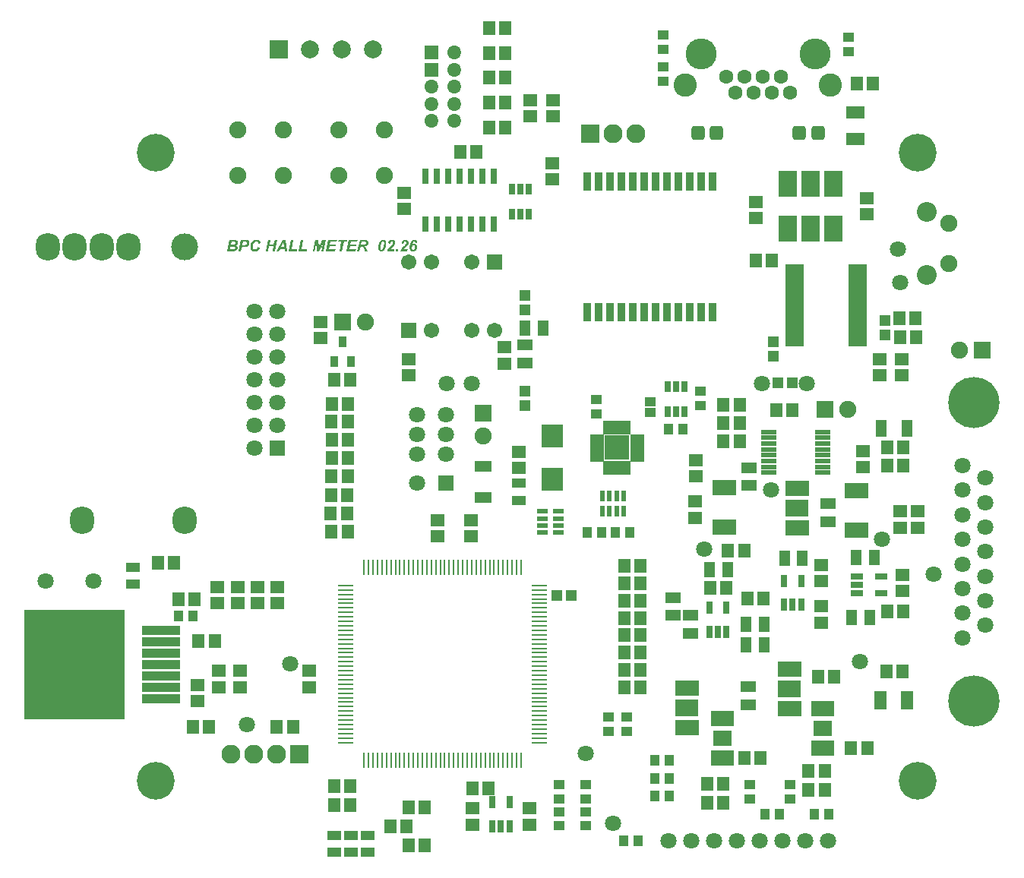
<source format=gts>
G04*
G04 #@! TF.GenerationSoftware,Altium Limited,Altium Designer,18.0.12 (696)*
G04*
G04 Layer_Color=10964583*
%FSLAX44Y44*%
%MOMM*%
G71*
G01*
G75*
%ADD23R,1.6532X1.1532*%
%ADD24R,1.6032X1.4032*%
%ADD25R,1.4032X1.6032*%
%ADD26R,0.9632X2.1082*%
%ADD27R,4.2032X1.0932*%
%ADD28R,0.6532X1.6532*%
%ADD29R,2.4032X2.6032*%
%ADD30R,1.1532X1.6532*%
%ADD31R,0.8032X1.4532*%
%ADD32R,1.4032X2.0032*%
%ADD33R,0.5032X1.6532*%
%ADD34R,1.2032X1.0532*%
%ADD35R,1.0532X1.2032*%
%ADD36R,1.4532X0.8032*%
%ADD37R,1.8032X0.6032*%
%ADD38R,0.8032X1.3032*%
%ADD39R,1.1532X1.2032*%
%ADD40R,1.1532X0.6032*%
%ADD41R,0.6032X1.1532*%
%ADD42R,0.4832X1.6032*%
%ADD43R,1.6032X0.4832*%
%ADD44R,1.9532X1.2032*%
%ADD45R,1.7780X0.2794*%
%ADD46R,0.2794X1.7780*%
%ADD47R,0.8532X1.2032*%
%ADD48R,1.2032X1.1532*%
%ADD49R,2.0532X0.6532*%
G04:AMPARAMS|DCode=50|XSize=1.6032mm|YSize=1.6032mm|CornerRadius=0.4516mm|HoleSize=0mm|Usage=FLASHONLY|Rotation=0.000|XOffset=0mm|YOffset=0mm|HoleType=Round|Shape=RoundedRectangle|*
%AMROUNDEDRECTD50*
21,1,1.6032,0.7000,0,0,0.0*
21,1,0.7000,1.6032,0,0,0.0*
1,1,0.9032,0.3500,-0.3500*
1,1,0.9032,-0.3500,-0.3500*
1,1,0.9032,-0.3500,0.3500*
1,1,0.9032,0.3500,0.3500*
%
%ADD50ROUNDEDRECTD50*%
%ADD51R,2.0032X1.4032*%
%ADD52R,0.8032X1.7532*%
%ADD53R,1.6032X1.1032*%
%ADD54R,1.2032X1.9532*%
%ADD55R,2.0032X3.0032*%
%ADD56C,1.8032*%
%ADD57O,1.5032X1.6032*%
%ADD58R,1.5032X1.6032*%
%ADD59C,2.1032*%
%ADD60R,2.1032X2.1032*%
%ADD61R,2.0032X2.0032*%
%ADD62C,2.0032*%
%ADD63R,11.2032X12.2032*%
%ADD64R,2.6032X1.9532*%
%ADD65C,1.9032*%
%ADD66R,1.9032X1.9032*%
%ADD67R,2.0832X1.7732*%
%ADD68R,2.7032X2.7032*%
%ADD69R,1.8032X1.8032*%
%ADD70R,1.7032X1.7032*%
%ADD71C,1.7032*%
%ADD72C,1.7032*%
%ADD73R,1.8032X1.8032*%
G04:AMPARAMS|DCode=74|XSize=3.0032mm|YSize=2.7032mm|CornerRadius=1.2391mm|HoleSize=0mm|Usage=FLASHONLY|Rotation=270.000|XOffset=0mm|YOffset=0mm|HoleType=Round|Shape=RoundedRectangle|*
%AMROUNDEDRECTD74*
21,1,3.0032,0.2250,0,0,270.0*
21,1,0.5250,2.7032,0,0,270.0*
1,1,2.4782,-0.1125,-0.2625*
1,1,2.4782,-0.1125,0.2625*
1,1,2.4782,0.1125,0.2625*
1,1,2.4782,0.1125,-0.2625*
%
%ADD74ROUNDEDRECTD74*%
%ADD75C,3.0032*%
%ADD76R,1.9032X1.9032*%
%ADD77C,5.7032*%
%ADD78C,2.2032*%
%ADD79C,1.6032*%
%ADD80C,2.6032*%
%ADD81C,3.4532*%
%ADD82C,4.2032*%
%ADD83C,1.1032*%
G36*
X829122Y718592D02*
X829246Y718578D01*
X829385Y718564D01*
X829538Y718537D01*
X829704Y718509D01*
X830065Y718412D01*
X830259Y718356D01*
X830453Y718273D01*
X830633Y718176D01*
X830814Y718079D01*
X830994Y717954D01*
X831160Y717815D01*
X831174Y717802D01*
X831202Y717774D01*
X831244Y717732D01*
X831299Y717663D01*
X831368Y717580D01*
X831438Y717483D01*
X831521Y717358D01*
X831618Y717219D01*
X831701Y717067D01*
X831798Y716886D01*
X831881Y716692D01*
X831965Y716470D01*
X832048Y716235D01*
X832117Y715985D01*
X832173Y715707D01*
X832214Y715416D01*
X829871Y715236D01*
Y715250D01*
Y715264D01*
X829857Y715305D01*
Y715361D01*
X829829Y715486D01*
X829787Y715652D01*
X829746Y715818D01*
X829676Y715999D01*
X829593Y716151D01*
X829496Y716290D01*
X829482Y716304D01*
X829441Y716346D01*
X829371Y716387D01*
X829288Y716456D01*
X829177Y716512D01*
X829038Y716553D01*
X828886Y716595D01*
X828706Y716609D01*
X828678D01*
X828595Y716595D01*
X828484Y716581D01*
X828331Y716540D01*
X828151Y716484D01*
X827957Y716387D01*
X827763Y716262D01*
X827568Y716096D01*
X827554Y716082D01*
X827541Y716068D01*
X827499Y716013D01*
X827443Y715957D01*
X827388Y715874D01*
X827319Y715777D01*
X827235Y715666D01*
X827152Y715527D01*
X827069Y715375D01*
X826972Y715208D01*
X826875Y715014D01*
X826778Y714806D01*
X826681Y714570D01*
X826584Y714321D01*
X826500Y714043D01*
X826417Y713752D01*
X826431D01*
X826459Y713780D01*
X826500Y713808D01*
X826556Y713835D01*
X826639Y713877D01*
X826722Y713919D01*
X826944Y714029D01*
X827194Y714127D01*
X827499Y714210D01*
X827818Y714265D01*
X828151Y714293D01*
X828289D01*
X828400Y714279D01*
X828525Y714265D01*
X828678Y714238D01*
X828830Y714210D01*
X829011Y714168D01*
X829205Y714113D01*
X829399Y714043D01*
X829607Y713960D01*
X829801Y713863D01*
X830009Y713738D01*
X830217Y713599D01*
X830411Y713447D01*
X830592Y713267D01*
X830605Y713253D01*
X830633Y713225D01*
X830675Y713156D01*
X830744Y713086D01*
X830814Y712975D01*
X830897Y712851D01*
X830994Y712712D01*
X831077Y712545D01*
X831174Y712351D01*
X831257Y712143D01*
X831341Y711921D01*
X831410Y711672D01*
X831479Y711408D01*
X831521Y711131D01*
X831549Y710826D01*
X831562Y710507D01*
Y710493D01*
Y710451D01*
Y710368D01*
X831549Y710271D01*
Y710146D01*
X831521Y710008D01*
X831507Y709841D01*
X831479Y709661D01*
X831438Y709467D01*
X831396Y709259D01*
X831271Y708815D01*
X831202Y708579D01*
X831105Y708343D01*
X831008Y708108D01*
X830883Y707872D01*
X830869Y707858D01*
X830855Y707816D01*
X830814Y707761D01*
X830758Y707664D01*
X830689Y707567D01*
X830619Y707456D01*
X830411Y707178D01*
X830176Y706887D01*
X829884Y706596D01*
X829551Y706305D01*
X829371Y706180D01*
X829191Y706069D01*
X829177D01*
X829149Y706041D01*
X829094Y706013D01*
X829025Y705986D01*
X828928Y705944D01*
X828817Y705889D01*
X828692Y705847D01*
X828553Y705792D01*
X828234Y705695D01*
X827887Y705598D01*
X827499Y705542D01*
X827083Y705514D01*
X826972D01*
X826903Y705528D01*
X826806D01*
X826695Y705542D01*
X826570Y705556D01*
X826431Y705584D01*
X826140Y705639D01*
X825807Y705736D01*
X825474Y705861D01*
X825141Y706041D01*
X825127D01*
X825100Y706069D01*
X825058Y706097D01*
X825003Y706138D01*
X824850Y706263D01*
X824656Y706443D01*
X824434Y706665D01*
X824212Y706929D01*
X824004Y707248D01*
X823810Y707608D01*
Y707622D01*
X823796Y707650D01*
X823768Y707719D01*
X823741Y707803D01*
X823699Y707900D01*
X823671Y708024D01*
X823630Y708177D01*
X823588Y708343D01*
X823533Y708538D01*
X823491Y708746D01*
X823463Y708968D01*
X823422Y709217D01*
X823394Y709481D01*
X823366Y709772D01*
X823352Y710063D01*
Y710382D01*
Y710396D01*
Y710424D01*
Y710465D01*
Y710535D01*
Y710618D01*
X823366Y710715D01*
Y710826D01*
X823380Y710951D01*
X823394Y711256D01*
X823436Y711589D01*
X823477Y711977D01*
X823547Y712393D01*
X823616Y712837D01*
X823727Y713308D01*
X823838Y713794D01*
X823990Y714279D01*
X824157Y714778D01*
X824365Y715264D01*
X824601Y715749D01*
X824864Y716207D01*
Y716221D01*
X824878Y716235D01*
X824933Y716304D01*
X825017Y716429D01*
X825141Y716581D01*
X825294Y716761D01*
X825474Y716970D01*
X825696Y717178D01*
X825946Y717413D01*
X826209Y717635D01*
X826514Y717843D01*
X826847Y718051D01*
X827208Y718232D01*
X827582Y718384D01*
X827998Y718509D01*
X828428Y718578D01*
X828650Y718606D01*
X829025D01*
X829122Y718592D01*
D02*
G37*
G36*
X652757Y718745D02*
X652910D01*
X653090Y718731D01*
X653284Y718703D01*
X653520Y718661D01*
X653770Y718620D01*
X654019Y718564D01*
X654297Y718481D01*
X654574Y718398D01*
X654851Y718287D01*
X655143Y718162D01*
X655406Y718010D01*
X655669Y717829D01*
X655919Y717635D01*
X655933Y717621D01*
X655975Y717580D01*
X656044Y717524D01*
X656127Y717427D01*
X656224Y717316D01*
X656335Y717178D01*
X656460Y717025D01*
X656599Y716845D01*
X656723Y716637D01*
X656862Y716401D01*
X656987Y716151D01*
X657112Y715888D01*
X657223Y715597D01*
X657306Y715278D01*
X657389Y714945D01*
X657445Y714598D01*
X654921Y714362D01*
Y714376D01*
X654907Y714418D01*
X654893Y714473D01*
X654879Y714543D01*
X654851Y714640D01*
X654824Y714737D01*
X654740Y714986D01*
X654629Y715250D01*
X654477Y715513D01*
X654310Y715763D01*
X654213Y715874D01*
X654102Y715971D01*
X654075Y715999D01*
X653991Y716054D01*
X653867Y716137D01*
X653686Y716235D01*
X653451Y716318D01*
X653187Y716401D01*
X652868Y716456D01*
X652521Y716484D01*
X652411D01*
X652341Y716470D01*
X652244D01*
X652119Y716456D01*
X651994Y716429D01*
X651856Y716401D01*
X651537Y716318D01*
X651204Y716207D01*
X650843Y716040D01*
X650663Y715929D01*
X650483Y715818D01*
X650469Y715805D01*
X650441Y715791D01*
X650386Y715749D01*
X650330Y715694D01*
X650247Y715624D01*
X650150Y715527D01*
X650053Y715430D01*
X649942Y715305D01*
X649817Y715167D01*
X649706Y715014D01*
X649567Y714848D01*
X649443Y714667D01*
X649318Y714459D01*
X649193Y714238D01*
X649082Y714002D01*
X648971Y713738D01*
Y713724D01*
X648943Y713669D01*
X648916Y713599D01*
X648888Y713502D01*
X648846Y713364D01*
X648791Y713225D01*
X648749Y713045D01*
X648694Y712865D01*
X648638Y712656D01*
X648597Y712435D01*
X648500Y711963D01*
X648444Y711450D01*
X648416Y710923D01*
Y710909D01*
Y710854D01*
Y710770D01*
X648430Y710673D01*
X648444Y710535D01*
X648458Y710396D01*
X648472Y710229D01*
X648513Y710049D01*
X648597Y709675D01*
X648721Y709273D01*
X648805Y709078D01*
X648916Y708898D01*
X649027Y708718D01*
X649151Y708551D01*
X649165Y708538D01*
X649179Y708510D01*
X649221Y708468D01*
X649290Y708427D01*
X649359Y708357D01*
X649443Y708288D01*
X649540Y708219D01*
X649651Y708135D01*
X649928Y707983D01*
X650233Y707844D01*
X650413Y707803D01*
X650594Y707761D01*
X650788Y707733D01*
X650982Y707719D01*
X651079D01*
X651162Y707733D01*
X651245D01*
X651357Y707761D01*
X651606Y707803D01*
X651897Y707886D01*
X652202Y707997D01*
X652535Y708163D01*
X652688Y708260D01*
X652854Y708371D01*
X652868Y708385D01*
X652896Y708399D01*
X652937Y708440D01*
X652993Y708496D01*
X653062Y708565D01*
X653146Y708649D01*
X653229Y708746D01*
X653326Y708870D01*
X653437Y708995D01*
X653534Y709148D01*
X653645Y709300D01*
X653756Y709481D01*
X653853Y709675D01*
X653950Y709883D01*
X654047Y710105D01*
X654130Y710340D01*
X656779Y709938D01*
X656765Y709911D01*
X656737Y709841D01*
X656696Y709730D01*
X656626Y709578D01*
X656543Y709397D01*
X656446Y709189D01*
X656321Y708968D01*
X656197Y708718D01*
X656030Y708454D01*
X655864Y708177D01*
X655669Y707914D01*
X655462Y707636D01*
X655226Y707359D01*
X654976Y707109D01*
X654713Y706860D01*
X654435Y706638D01*
X654421Y706624D01*
X654366Y706596D01*
X654283Y706541D01*
X654158Y706457D01*
X654005Y706374D01*
X653839Y706277D01*
X653631Y706180D01*
X653395Y706083D01*
X653146Y705972D01*
X652868Y705875D01*
X652563Y705778D01*
X652244Y705695D01*
X651911Y705625D01*
X651551Y705570D01*
X651190Y705528D01*
X650802Y705514D01*
X650705D01*
X650580Y705528D01*
X650413Y705542D01*
X650219Y705556D01*
X649984Y705584D01*
X649734Y705625D01*
X649456Y705695D01*
X649165Y705764D01*
X648874Y705861D01*
X648569Y705972D01*
X648264Y706111D01*
X647959Y706263D01*
X647667Y706457D01*
X647390Y706665D01*
X647127Y706915D01*
X647113Y706929D01*
X647071Y706984D01*
X647002Y707067D01*
X646919Y707178D01*
X646822Y707331D01*
X646711Y707511D01*
X646586Y707719D01*
X646475Y707955D01*
X646350Y708232D01*
X646225Y708538D01*
X646114Y708870D01*
X646017Y709245D01*
X645934Y709647D01*
X645865Y710077D01*
X645823Y710535D01*
X645809Y711020D01*
Y711048D01*
Y711117D01*
Y711228D01*
X645823Y711394D01*
X645837Y711589D01*
X645851Y711811D01*
X645878Y712060D01*
X645920Y712337D01*
X645962Y712643D01*
X646017Y712962D01*
X646100Y713294D01*
X646183Y713627D01*
X646281Y713974D01*
X646392Y714321D01*
X646530Y714667D01*
X646683Y715014D01*
X646697Y715042D01*
X646724Y715097D01*
X646780Y715194D01*
X646849Y715319D01*
X646932Y715472D01*
X647043Y715638D01*
X647182Y715832D01*
X647321Y716040D01*
X647487Y716262D01*
X647667Y716484D01*
X647876Y716720D01*
X648097Y716956D01*
X648333Y717178D01*
X648583Y717400D01*
X648846Y717594D01*
X649137Y717788D01*
X649151Y717802D01*
X649207Y717829D01*
X649290Y717871D01*
X649415Y717940D01*
X649567Y718010D01*
X649734Y718093D01*
X649942Y718190D01*
X650164Y718273D01*
X650399Y718370D01*
X650663Y718454D01*
X650954Y718537D01*
X651245Y718606D01*
X651564Y718675D01*
X651883Y718717D01*
X652216Y718745D01*
X652563Y718759D01*
X652660D01*
X652757Y718745D01*
D02*
G37*
G36*
X672977Y705750D02*
X670342D01*
X671535Y711478D01*
X666584D01*
X665391Y705750D01*
X662756D01*
X665419Y718550D01*
X668054D01*
X667028Y713613D01*
X671979D01*
X673005Y718550D01*
X675640D01*
X672977Y705750D01*
D02*
G37*
G36*
X727619Y705750D02*
X725233D01*
X727439Y716359D01*
X722695Y705750D01*
X720199D01*
X719728Y716443D01*
X717703Y705750D01*
X715318D01*
X717994Y718551D01*
X721739D01*
X722141Y709730D01*
X726163Y718551D01*
X729935D01*
X727619Y705750D01*
D02*
G37*
G36*
X818623Y718592D02*
X818776Y718578D01*
X818956Y718551D01*
X819150Y718523D01*
X819358Y718481D01*
X819580Y718440D01*
X819802Y718370D01*
X820038Y718287D01*
X820274Y718204D01*
X820509Y718079D01*
X820731Y717954D01*
X820953Y717802D01*
X821147Y717635D01*
X821161Y717621D01*
X821189Y717594D01*
X821244Y717538D01*
X821314Y717455D01*
X821383Y717372D01*
X821466Y717247D01*
X821563Y717122D01*
X821660Y716970D01*
X821758Y716789D01*
X821855Y716609D01*
X821938Y716401D01*
X822007Y716179D01*
X822076Y715957D01*
X822132Y715707D01*
X822160Y715444D01*
X822173Y715167D01*
Y715153D01*
Y715139D01*
Y715097D01*
Y715042D01*
X822160Y714889D01*
X822132Y714695D01*
X822090Y714459D01*
X822035Y714196D01*
X821965Y713932D01*
X821855Y713641D01*
Y713627D01*
X821841Y713613D01*
X821827Y713572D01*
X821799Y713516D01*
X821716Y713350D01*
X821605Y713156D01*
X821466Y712920D01*
X821286Y712643D01*
X821064Y712351D01*
X820814Y712046D01*
X820787Y712019D01*
X820717Y711935D01*
X820592Y711797D01*
X820412Y711616D01*
X820301Y711491D01*
X820176Y711367D01*
X820038Y711228D01*
X819885Y711076D01*
X819719Y710923D01*
X819538Y710743D01*
X819344Y710548D01*
X819136Y710354D01*
X819122Y710340D01*
X819081Y710313D01*
X819025Y710257D01*
X818942Y710174D01*
X818859Y710091D01*
X818748Y709994D01*
X818512Y709758D01*
X818249Y709522D01*
X817985Y709273D01*
X817763Y709051D01*
X817666Y708954D01*
X817583Y708870D01*
X817569Y708857D01*
X817514Y708801D01*
X817444Y708718D01*
X817347Y708621D01*
X817236Y708496D01*
X817125Y708357D01*
X816862Y708038D01*
X821300D01*
X820828Y705750D01*
X813048D01*
Y705764D01*
Y705792D01*
X813062Y705847D01*
X813076Y705903D01*
X813090Y705986D01*
X813104Y706083D01*
X813159Y706319D01*
X813228Y706596D01*
X813326Y706887D01*
X813436Y707206D01*
X813589Y707525D01*
Y707539D01*
X813603Y707567D01*
X813631Y707608D01*
X813672Y707678D01*
X813714Y707747D01*
X813769Y707830D01*
X813894Y708052D01*
X814047Y708288D01*
X814227Y708565D01*
X814435Y708843D01*
X814671Y709120D01*
X814685Y709134D01*
X814698Y709162D01*
X814740Y709203D01*
X814796Y709259D01*
X814879Y709342D01*
X814962Y709439D01*
X815073Y709550D01*
X815212Y709689D01*
X815364Y709841D01*
X815531Y710022D01*
X815725Y710216D01*
X815947Y710437D01*
X816182Y710659D01*
X816432Y710923D01*
X816723Y711200D01*
X817028Y711491D01*
X817042Y711505D01*
X817084Y711547D01*
X817153Y711602D01*
X817236Y711686D01*
X817334Y711783D01*
X817458Y711908D01*
X817722Y712157D01*
X817999Y712421D01*
X818263Y712698D01*
X818388Y712809D01*
X818498Y712920D01*
X818596Y713017D01*
X818665Y713100D01*
X818679Y713114D01*
X818693Y713128D01*
X818762Y713211D01*
X818873Y713336D01*
X818998Y713503D01*
X819136Y713683D01*
X819275Y713891D01*
X819400Y714085D01*
X819497Y714279D01*
X819511Y714307D01*
X819538Y714362D01*
X819566Y714459D01*
X819622Y714584D01*
X819663Y714723D01*
X819691Y714875D01*
X819719Y715028D01*
X819733Y715181D01*
Y715194D01*
Y715208D01*
Y715292D01*
X819719Y715402D01*
X819691Y715555D01*
X819636Y715721D01*
X819566Y715902D01*
X819469Y716068D01*
X819344Y716235D01*
X819331Y716248D01*
X819275Y716304D01*
X819192Y716359D01*
X819081Y716443D01*
X818942Y716512D01*
X818790Y716581D01*
X818596Y716623D01*
X818388Y716637D01*
X818290D01*
X818179Y716609D01*
X818041Y716581D01*
X817874Y716526D01*
X817694Y716443D01*
X817514Y716332D01*
X817347Y716179D01*
X817334Y716151D01*
X817278Y716096D01*
X817195Y715971D01*
X817098Y715805D01*
X817042Y715707D01*
X816987Y715583D01*
X816931Y715458D01*
X816876Y715305D01*
X816820Y715139D01*
X816779Y714959D01*
X816723Y714764D01*
X816682Y714557D01*
X814241Y714917D01*
Y714931D01*
X814255Y715000D01*
X814269Y715083D01*
X814310Y715208D01*
X814338Y715361D01*
X814393Y715527D01*
X814449Y715721D01*
X814518Y715929D01*
X814601Y716151D01*
X814698Y716373D01*
X814823Y716595D01*
X814948Y716831D01*
X815087Y717053D01*
X815239Y717261D01*
X815420Y717469D01*
X815614Y717649D01*
X815628Y717663D01*
X815669Y717691D01*
X815725Y717732D01*
X815808Y717802D01*
X815919Y717871D01*
X816044Y717954D01*
X816196Y718037D01*
X816363Y718135D01*
X816557Y718218D01*
X816765Y718301D01*
X816987Y718384D01*
X817223Y718454D01*
X817472Y718523D01*
X817749Y718564D01*
X818041Y718592D01*
X818332Y718606D01*
X818498D01*
X818623Y718592D01*
D02*
G37*
G36*
X810288Y705750D02*
X807806D01*
X808291Y708163D01*
X810774D01*
X810288Y705750D01*
D02*
G37*
G36*
X803715Y718592D02*
X803867Y718578D01*
X804047Y718551D01*
X804242Y718523D01*
X804450Y718481D01*
X804672Y718440D01*
X804893Y718370D01*
X805129Y718287D01*
X805365Y718204D01*
X805601Y718079D01*
X805823Y717954D01*
X806045Y717802D01*
X806239Y717635D01*
X806253Y717621D01*
X806280Y717594D01*
X806336Y717538D01*
X806405Y717455D01*
X806475Y717372D01*
X806558Y717247D01*
X806655Y717122D01*
X806752Y716970D01*
X806849Y716789D01*
X806946Y716609D01*
X807029Y716401D01*
X807099Y716179D01*
X807168Y715957D01*
X807223Y715707D01*
X807251Y715444D01*
X807265Y715167D01*
Y715153D01*
Y715139D01*
Y715097D01*
Y715042D01*
X807251Y714889D01*
X807223Y714695D01*
X807182Y714459D01*
X807126Y714196D01*
X807057Y713932D01*
X806946Y713641D01*
Y713627D01*
X806932Y713613D01*
X806918Y713572D01*
X806891Y713516D01*
X806807Y713350D01*
X806696Y713156D01*
X806558Y712920D01*
X806377Y712643D01*
X806155Y712351D01*
X805906Y712046D01*
X805878Y712019D01*
X805809Y711935D01*
X805684Y711797D01*
X805504Y711616D01*
X805393Y711491D01*
X805268Y711367D01*
X805129Y711228D01*
X804977Y711076D01*
X804810Y710923D01*
X804630Y710743D01*
X804436Y710548D01*
X804228Y710354D01*
X804214Y710340D01*
X804172Y710313D01*
X804117Y710257D01*
X804034Y710174D01*
X803951Y710091D01*
X803839Y709994D01*
X803604Y709758D01*
X803340Y709522D01*
X803077Y709273D01*
X802855Y709051D01*
X802758Y708954D01*
X802675Y708870D01*
X802661Y708857D01*
X802605Y708801D01*
X802536Y708718D01*
X802439Y708621D01*
X802328Y708496D01*
X802217Y708357D01*
X801953Y708038D01*
X806391D01*
X805920Y705750D01*
X798140D01*
Y705764D01*
Y705792D01*
X798154Y705847D01*
X798167Y705903D01*
X798181Y705986D01*
X798195Y706083D01*
X798251Y706319D01*
X798320Y706596D01*
X798417Y706887D01*
X798528Y707206D01*
X798680Y707525D01*
Y707539D01*
X798694Y707567D01*
X798722Y707608D01*
X798764Y707678D01*
X798805Y707747D01*
X798861Y707830D01*
X798986Y708052D01*
X799138Y708288D01*
X799318Y708565D01*
X799526Y708843D01*
X799762Y709120D01*
X799776Y709134D01*
X799790Y709162D01*
X799831Y709203D01*
X799887Y709259D01*
X799970Y709342D01*
X800053Y709439D01*
X800164Y709550D01*
X800303Y709689D01*
X800456Y709841D01*
X800622Y710022D01*
X800816Y710216D01*
X801038Y710437D01*
X801274Y710659D01*
X801524Y710923D01*
X801815Y711200D01*
X802120Y711491D01*
X802134Y711505D01*
X802175Y711547D01*
X802245Y711602D01*
X802328Y711686D01*
X802425Y711783D01*
X802550Y711908D01*
X802813Y712157D01*
X803091Y712421D01*
X803354Y712698D01*
X803479Y712809D01*
X803590Y712920D01*
X803687Y713017D01*
X803756Y713100D01*
X803770Y713114D01*
X803784Y713128D01*
X803853Y713211D01*
X803964Y713336D01*
X804089Y713503D01*
X804228Y713683D01*
X804367Y713891D01*
X804491Y714085D01*
X804588Y714279D01*
X804602Y714307D01*
X804630Y714362D01*
X804658Y714459D01*
X804713Y714584D01*
X804755Y714723D01*
X804783Y714875D01*
X804810Y715028D01*
X804824Y715181D01*
Y715194D01*
Y715208D01*
Y715292D01*
X804810Y715402D01*
X804783Y715555D01*
X804727Y715721D01*
X804658Y715902D01*
X804561Y716068D01*
X804436Y716235D01*
X804422Y716248D01*
X804367Y716304D01*
X804283Y716359D01*
X804172Y716443D01*
X804034Y716512D01*
X803881Y716581D01*
X803687Y716623D01*
X803479Y716637D01*
X803382D01*
X803271Y716609D01*
X803132Y716581D01*
X802966Y716526D01*
X802785Y716443D01*
X802605Y716332D01*
X802439Y716179D01*
X802425Y716151D01*
X802370Y716096D01*
X802286Y715971D01*
X802189Y715805D01*
X802134Y715707D01*
X802078Y715583D01*
X802023Y715458D01*
X801967Y715305D01*
X801912Y715139D01*
X801870Y714959D01*
X801815Y714764D01*
X801773Y714557D01*
X799332Y714917D01*
Y714931D01*
X799346Y715000D01*
X799360Y715083D01*
X799402Y715208D01*
X799429Y715361D01*
X799485Y715527D01*
X799540Y715721D01*
X799610Y715929D01*
X799693Y716151D01*
X799790Y716373D01*
X799915Y716595D01*
X800040Y716831D01*
X800178Y717053D01*
X800331Y717261D01*
X800511Y717469D01*
X800705Y717649D01*
X800719Y717663D01*
X800761Y717691D01*
X800816Y717732D01*
X800899Y717802D01*
X801010Y717871D01*
X801135Y717954D01*
X801288Y718037D01*
X801454Y718135D01*
X801648Y718218D01*
X801856Y718301D01*
X802078Y718384D01*
X802314Y718454D01*
X802564Y718523D01*
X802841Y718564D01*
X803132Y718592D01*
X803423Y718606D01*
X803590D01*
X803715Y718592D01*
D02*
G37*
G36*
X773773Y718537D02*
X773925D01*
X774078Y718523D01*
X774244Y718509D01*
X774619Y718481D01*
X774993Y718426D01*
X775354Y718343D01*
X775534Y718301D01*
X775687Y718245D01*
X775701D01*
X775728Y718232D01*
X775770Y718218D01*
X775825Y718190D01*
X775978Y718107D01*
X776158Y717996D01*
X776366Y717843D01*
X776588Y717649D01*
X776810Y717413D01*
X777004Y717136D01*
Y717122D01*
X777032Y717094D01*
X777046Y717053D01*
X777087Y716997D01*
X777129Y716914D01*
X777171Y716817D01*
X777212Y716720D01*
X777268Y716595D01*
X777351Y716304D01*
X777434Y715985D01*
X777490Y715611D01*
X777517Y715194D01*
Y715181D01*
Y715125D01*
Y715042D01*
X777503Y714917D01*
X777490Y714778D01*
X777462Y714626D01*
X777434Y714445D01*
X777393Y714238D01*
X777337Y714029D01*
X777281Y713821D01*
X777198Y713586D01*
X777101Y713364D01*
X776990Y713142D01*
X776852Y712920D01*
X776713Y712698D01*
X776533Y712490D01*
X776519Y712476D01*
X776491Y712449D01*
X776436Y712393D01*
X776352Y712324D01*
X776241Y712240D01*
X776117Y712143D01*
X775964Y712046D01*
X775798Y711935D01*
X775590Y711824D01*
X775382Y711713D01*
X775132Y711602D01*
X774868Y711491D01*
X774577Y711395D01*
X774258Y711311D01*
X773925Y711242D01*
X773565Y711186D01*
X773593Y711173D01*
X773648Y711103D01*
X773745Y711006D01*
X773884Y710867D01*
X774023Y710687D01*
X774189Y710479D01*
X774355Y710243D01*
X774522Y709980D01*
X774536Y709966D01*
X774563Y709911D01*
X774605Y709827D01*
X774674Y709703D01*
X774758Y709550D01*
X774855Y709356D01*
X774966Y709148D01*
X775090Y708884D01*
X775229Y708607D01*
X775382Y708288D01*
X775548Y707941D01*
X775728Y707567D01*
X775909Y707151D01*
X776089Y706721D01*
X776283Y706249D01*
X776491Y705750D01*
X773662D01*
Y705764D01*
X773648Y705806D01*
X773620Y705861D01*
X773593Y705958D01*
X773551Y706069D01*
X773495Y706208D01*
X773440Y706388D01*
X773371Y706582D01*
X773274Y706804D01*
X773176Y707054D01*
X773065Y707331D01*
X772955Y707622D01*
X772816Y707955D01*
X772663Y708316D01*
X772497Y708704D01*
X772317Y709120D01*
Y709134D01*
X772289Y709175D01*
X772261Y709231D01*
X772220Y709314D01*
X772178Y709425D01*
X772122Y709536D01*
X771984Y709786D01*
X771804Y710063D01*
X771609Y710340D01*
X771401Y710590D01*
X771290Y710701D01*
X771179Y710784D01*
X771166Y710798D01*
X771110Y710826D01*
X771013Y710867D01*
X770874Y710923D01*
X770694Y710965D01*
X770472Y711006D01*
X770195Y711034D01*
X769876Y711048D01*
X768794D01*
X767699Y705750D01*
X765063D01*
X767726Y718551D01*
X773662D01*
X773773Y718537D01*
D02*
G37*
G36*
X764800Y716415D02*
X757949D01*
X757311Y713503D01*
X763968D01*
X763524Y711367D01*
X756840D01*
X756077Y707886D01*
X763538D01*
X763080Y705750D01*
X753081D01*
X755744Y718551D01*
X765244D01*
X764800Y716415D01*
D02*
G37*
G36*
X753650D02*
X749961D01*
X747728Y705750D01*
X745093D01*
X747326Y716415D01*
X743581D01*
X744011Y718551D01*
X754080D01*
X753650Y716415D01*
D02*
G37*
G36*
X741959D02*
X735108D01*
X734470Y713503D01*
X741127D01*
X740683Y711367D01*
X733998D01*
X733235Y707886D01*
X740697D01*
X740239Y705750D01*
X730240D01*
X732903Y718551D01*
X742402D01*
X741959Y716415D01*
D02*
G37*
G36*
X702614Y707886D02*
X709118D01*
X708675Y705750D01*
X699535D01*
X702198Y718551D01*
X704833D01*
X702614Y707886D01*
D02*
G37*
G36*
X691700Y707886D02*
X698204Y707886D01*
X697760Y705750D01*
X688621Y705750D01*
X691284Y718550D01*
X693919Y718551D01*
X691700Y707886D01*
D02*
G37*
G36*
X686943Y705750D02*
X684446D01*
X684016Y708579D01*
X678955D01*
X677415Y705750D01*
X674697D01*
X681908Y718550D01*
X684863D01*
X686943Y705750D01*
D02*
G37*
G36*
X641135Y718537D02*
X641274D01*
X641427Y718523D01*
X641579Y718509D01*
X641940Y718467D01*
X642300Y718412D01*
X642661Y718329D01*
X642980Y718218D01*
X642994D01*
X643021Y718204D01*
X643063Y718176D01*
X643119Y718148D01*
X643257Y718079D01*
X643438Y717954D01*
X643646Y717802D01*
X643854Y717621D01*
X644062Y717386D01*
X644256Y717122D01*
Y717108D01*
X644284Y717094D01*
X644297Y717053D01*
X644339Y716983D01*
X644367Y716914D01*
X644408Y716831D01*
X644505Y716623D01*
X644589Y716359D01*
X644672Y716054D01*
X644727Y715707D01*
X644741Y715333D01*
Y715319D01*
Y715292D01*
Y715236D01*
Y715167D01*
X644727Y715083D01*
Y714973D01*
X644700Y714737D01*
X644644Y714445D01*
X644575Y714127D01*
X644478Y713794D01*
X644353Y713447D01*
Y713433D01*
X644339Y713405D01*
X644311Y713364D01*
X644284Y713294D01*
X644256Y713225D01*
X644200Y713128D01*
X644103Y712920D01*
X643965Y712684D01*
X643812Y712435D01*
X643632Y712199D01*
X643438Y711977D01*
X643410Y711949D01*
X643341Y711880D01*
X643230Y711783D01*
X643091Y711672D01*
X642911Y711533D01*
X642716Y711394D01*
X642495Y711256D01*
X642259Y711145D01*
X642231Y711131D01*
X642189Y711117D01*
X642148Y711103D01*
X642009Y711048D01*
X641815Y710992D01*
X641565Y710923D01*
X641288Y710854D01*
X640941Y710784D01*
X640567Y710715D01*
X640539D01*
X640498Y710701D01*
X640373D01*
X640276Y710687D01*
X640179D01*
X640040Y710673D01*
X639901Y710659D01*
X639721D01*
X639541Y710646D01*
X639097D01*
X638833Y710632D01*
X636559D01*
X635546Y705750D01*
X632911D01*
X635574Y718550D01*
X641024D01*
X641135Y718537D01*
D02*
G37*
G36*
X627836D02*
X628155Y718523D01*
X628488Y718509D01*
X628793Y718481D01*
X628931Y718467D01*
X629042Y718454D01*
X629084D01*
X629139Y718440D01*
X629195Y718426D01*
X629278Y718412D01*
X629375Y718398D01*
X629597Y718343D01*
X629847Y718273D01*
X630110Y718176D01*
X630387Y718065D01*
X630637Y717926D01*
X630651D01*
X630665Y717913D01*
X630748Y717857D01*
X630859Y717774D01*
X631012Y717649D01*
X631164Y717496D01*
X631330Y717330D01*
X631497Y717122D01*
X631636Y716886D01*
Y716872D01*
X631650Y716859D01*
X631691Y716775D01*
X631746Y716637D01*
X631816Y716456D01*
X631871Y716248D01*
X631927Y715999D01*
X631968Y715735D01*
X631982Y715444D01*
Y715430D01*
Y715402D01*
Y715347D01*
X631968Y715264D01*
Y715167D01*
X631955Y715070D01*
X631913Y714806D01*
X631844Y714515D01*
X631733Y714210D01*
X631580Y713891D01*
X631497Y713738D01*
X631386Y713586D01*
Y713572D01*
X631358Y713558D01*
X631317Y713516D01*
X631275Y713461D01*
X631206Y713391D01*
X631136Y713322D01*
X631039Y713239D01*
X630928Y713142D01*
X630817Y713059D01*
X630679Y712962D01*
X630526Y712865D01*
X630360Y712767D01*
X630179Y712670D01*
X629985Y712573D01*
X629777Y712490D01*
X629555Y712407D01*
X629569D01*
X629597Y712393D01*
X629652Y712379D01*
X629722Y712351D01*
X629805Y712324D01*
X629902Y712282D01*
X630124Y712185D01*
X630360Y712060D01*
X630623Y711894D01*
X630873Y711686D01*
X631095Y711450D01*
Y711436D01*
X631123Y711422D01*
X631150Y711381D01*
X631178Y711325D01*
X631275Y711186D01*
X631372Y710992D01*
X631469Y710757D01*
X631566Y710493D01*
X631622Y710202D01*
X631650Y709883D01*
Y709869D01*
Y709827D01*
Y709772D01*
X631636Y709689D01*
Y709578D01*
X631622Y709453D01*
X631594Y709328D01*
X631566Y709175D01*
X631483Y708829D01*
X631372Y708468D01*
X631206Y708066D01*
X631095Y707872D01*
X630984Y707678D01*
X630970Y707664D01*
X630956Y707636D01*
X630914Y707581D01*
X630859Y707511D01*
X630803Y707428D01*
X630720Y707331D01*
X630623Y707220D01*
X630512Y707109D01*
X630263Y706860D01*
X629944Y706624D01*
X629583Y706388D01*
X629181Y706194D01*
X629167D01*
X629125Y706180D01*
X629056Y706152D01*
X628973Y706124D01*
X628848Y706097D01*
X628709Y706055D01*
X628543Y706013D01*
X628363Y705972D01*
X628141Y705930D01*
X627905Y705889D01*
X627641Y705847D01*
X627364Y705819D01*
X627059Y705792D01*
X626740Y705764D01*
X626393Y705750D01*
X620000D01*
X622663Y718550D01*
X627531D01*
X627836Y718537D01*
D02*
G37*
G36*
X793924Y718592D02*
X794035D01*
X794159Y718578D01*
X794312Y718551D01*
X794492Y718509D01*
X794672Y718467D01*
X794867Y718398D01*
X795075Y718329D01*
X795283Y718232D01*
X795505Y718121D01*
X795713Y717996D01*
X795921Y717843D01*
X796129Y717663D01*
X796323Y717469D01*
X796337Y717455D01*
X796364Y717413D01*
X796420Y717358D01*
X796475Y717261D01*
X796559Y717150D01*
X796642Y716997D01*
X796739Y716831D01*
X796836Y716637D01*
X796919Y716415D01*
X797016Y716179D01*
X797100Y715902D01*
X797183Y715611D01*
X797238Y715292D01*
X797294Y714959D01*
X797321Y714584D01*
X797335Y714196D01*
Y714168D01*
Y714113D01*
Y714002D01*
X797321Y713849D01*
X797308Y713669D01*
X797294Y713461D01*
X797280Y713211D01*
X797238Y712934D01*
X797210Y712643D01*
X797155Y712310D01*
X797100Y711977D01*
X797030Y711616D01*
X796947Y711228D01*
X796850Y710840D01*
X796725Y710437D01*
X796600Y710035D01*
X796586Y710008D01*
X796572Y709938D01*
X796531Y709827D01*
X796461Y709675D01*
X796392Y709494D01*
X796309Y709286D01*
X796198Y709051D01*
X796073Y708801D01*
X795948Y708524D01*
X795796Y708260D01*
X795629Y707969D01*
X795449Y707692D01*
X795269Y707428D01*
X795061Y707165D01*
X794839Y706915D01*
X794617Y706679D01*
X794603Y706665D01*
X794562Y706624D01*
X794492Y706568D01*
X794395Y706499D01*
X794284Y706416D01*
X794146Y706305D01*
X793979Y706208D01*
X793813Y706097D01*
X793605Y705986D01*
X793397Y705889D01*
X793161Y705792D01*
X792925Y705695D01*
X792662Y705625D01*
X792398Y705570D01*
X792121Y705528D01*
X791830Y705514D01*
X791760D01*
X791677Y705528D01*
X791566D01*
X791441Y705556D01*
X791275Y705570D01*
X791108Y705611D01*
X790914Y705653D01*
X790720Y705708D01*
X790512Y705792D01*
X790304Y705875D01*
X790082Y705986D01*
X789860Y706111D01*
X789652Y706263D01*
X789444Y706443D01*
X789250Y706638D01*
X789236Y706652D01*
X789208Y706693D01*
X789153Y706762D01*
X789097Y706846D01*
X789014Y706970D01*
X788931Y707109D01*
X788848Y707275D01*
X788751Y707470D01*
X788654Y707678D01*
X788570Y707927D01*
X788487Y708191D01*
X788404Y708482D01*
X788348Y708801D01*
X788293Y709148D01*
X788265Y709508D01*
X788251Y709897D01*
Y709924D01*
Y709980D01*
Y710091D01*
X788265Y710229D01*
Y710410D01*
X788293Y710618D01*
X788307Y710854D01*
X788335Y711117D01*
X788362Y711395D01*
X788418Y711700D01*
X788459Y712032D01*
X788529Y712365D01*
X788695Y713086D01*
X788792Y713447D01*
X788903Y713821D01*
Y713835D01*
X788917Y713849D01*
X788945Y713932D01*
X788987Y714057D01*
X789056Y714224D01*
X789125Y714418D01*
X789222Y714653D01*
X789333Y714903D01*
X789458Y715181D01*
X789611Y715458D01*
X789763Y715763D01*
X790110Y716359D01*
X790304Y716651D01*
X790526Y716914D01*
X790734Y717178D01*
X790970Y717413D01*
X790984Y717427D01*
X791025Y717469D01*
X791095Y717524D01*
X791191Y717594D01*
X791316Y717691D01*
X791455Y717788D01*
X791608Y717899D01*
X791788Y718010D01*
X791996Y718121D01*
X792204Y718232D01*
X792440Y718329D01*
X792689Y718426D01*
X792939Y718495D01*
X793203Y718551D01*
X793480Y718592D01*
X793771Y718606D01*
X793840D01*
X793924Y718592D01*
D02*
G37*
%LPC*%
G36*
X827763Y712643D02*
X827679D01*
X827582Y712629D01*
X827471Y712601D01*
X827319Y712545D01*
X827152Y712490D01*
X826972Y712393D01*
X826792Y712268D01*
X826764Y712254D01*
X826709Y712199D01*
X826625Y712116D01*
X826514Y711991D01*
X826389Y711824D01*
X826265Y711630D01*
X826140Y711381D01*
X826029Y711103D01*
Y711089D01*
X826015Y711062D01*
X826001Y711020D01*
X825987Y710965D01*
X825974Y710895D01*
X825946Y710812D01*
X825904Y710604D01*
X825849Y710368D01*
X825807Y710091D01*
X825779Y709800D01*
X825766Y709494D01*
Y709481D01*
Y709453D01*
Y709397D01*
Y709328D01*
X825779Y709245D01*
X825793Y709148D01*
X825821Y708926D01*
X825863Y708676D01*
X825932Y708427D01*
X826029Y708191D01*
X826154Y707983D01*
X826168Y707969D01*
X826223Y707914D01*
X826306Y707830D01*
X826431Y707747D01*
X826570Y707664D01*
X826750Y707581D01*
X826944Y707525D01*
X827152Y707511D01*
X827222D01*
X827277Y707525D01*
X827416Y707553D01*
X827582Y707595D01*
X827790Y707678D01*
X827998Y707803D01*
X828109Y707872D01*
X828206Y707969D01*
X828317Y708066D01*
X828414Y708191D01*
X828428Y708205D01*
X828442Y708232D01*
X828484Y708288D01*
X828525Y708357D01*
X828581Y708454D01*
X828636Y708565D01*
X828706Y708704D01*
X828775Y708857D01*
X828830Y709023D01*
X828900Y709203D01*
X828955Y709411D01*
X829011Y709633D01*
X829052Y709869D01*
X829094Y710119D01*
X829108Y710396D01*
X829122Y710673D01*
Y710687D01*
Y710715D01*
Y710770D01*
Y710840D01*
X829108Y710923D01*
Y711020D01*
X829066Y711228D01*
X829025Y711478D01*
X828955Y711727D01*
X828858Y711949D01*
X828719Y712157D01*
X828706Y712185D01*
X828650Y712240D01*
X828567Y712310D01*
X828456Y712407D01*
X828317Y712490D01*
X828151Y712573D01*
X827971Y712629D01*
X827763Y712643D01*
D02*
G37*
G36*
X773024Y716415D02*
X769917D01*
X769196Y712962D01*
X770944D01*
X771110Y712975D01*
X771304D01*
X771512Y712989D01*
X771748D01*
X772220Y713017D01*
X772677Y713073D01*
X772899Y713100D01*
X773093Y713128D01*
X773274Y713170D01*
X773412Y713211D01*
X773426D01*
X773440Y713225D01*
X773523Y713253D01*
X773648Y713322D01*
X773814Y713405D01*
X773981Y713516D01*
X774161Y713655D01*
X774341Y713808D01*
X774494Y714002D01*
X774508Y714029D01*
X774563Y714099D01*
X774619Y714210D01*
X774702Y714348D01*
X774771Y714529D01*
X774841Y714723D01*
X774882Y714931D01*
X774896Y715153D01*
Y715167D01*
Y715181D01*
X774882Y715264D01*
X774868Y715389D01*
X774827Y715541D01*
X774758Y715707D01*
X774660Y715888D01*
X774522Y716054D01*
X774328Y716193D01*
X774314Y716207D01*
X774258Y716235D01*
X774161Y716262D01*
X774009Y716304D01*
X773912Y716332D01*
X773801Y716346D01*
X773690Y716359D01*
X773551Y716387D01*
X773384Y716401D01*
X773218D01*
X773024Y716415D01*
D02*
G37*
G36*
X682949Y715860D02*
X680133Y710715D01*
X683698D01*
X682949Y715860D01*
D02*
G37*
G36*
X640109Y716442D02*
X637779D01*
X637003Y712767D01*
X638154D01*
X638320Y712781D01*
X638514D01*
X638722Y712795D01*
X638944D01*
X639416Y712823D01*
X639873Y712878D01*
X640081Y712906D01*
X640276Y712934D01*
X640456Y712975D01*
X640595Y713017D01*
X640608D01*
X640622Y713031D01*
X640705Y713073D01*
X640844Y713128D01*
X640997Y713225D01*
X641177Y713336D01*
X641357Y713475D01*
X641538Y713655D01*
X641704Y713849D01*
X641718Y713877D01*
X641773Y713946D01*
X641829Y714071D01*
X641912Y714224D01*
X641981Y714418D01*
X642051Y714626D01*
X642092Y714862D01*
X642106Y715111D01*
Y715125D01*
Y715194D01*
X642092Y715278D01*
X642078Y715375D01*
X642051Y715499D01*
X642023Y715624D01*
X641968Y715749D01*
X641898Y715860D01*
X641884Y715874D01*
X641857Y715916D01*
X641815Y715971D01*
X641746Y716027D01*
X641662Y716110D01*
X641565Y716179D01*
X641454Y716248D01*
X641316Y716304D01*
X641302D01*
X641233Y716332D01*
X641135Y716346D01*
X641052Y716359D01*
X640969Y716373D01*
X640872Y716387D01*
X640747Y716401D01*
X640608Y716415D01*
X640456D01*
X640290Y716429D01*
X640109Y716442D01*
D02*
G37*
G36*
X627447Y716415D02*
X624854D01*
X624230Y713391D01*
X626560D01*
X626685Y713405D01*
X626976Y713419D01*
X627309Y713433D01*
X627628Y713475D01*
X627933Y713516D01*
X628058Y713544D01*
X628182Y713572D01*
X628196D01*
X628210Y713586D01*
X628279Y713613D01*
X628390Y713655D01*
X628515Y713724D01*
X628668Y713808D01*
X628806Y713919D01*
X628945Y714043D01*
X629070Y714196D01*
X629084Y714210D01*
X629112Y714279D01*
X629167Y714362D01*
X629222Y714487D01*
X629278Y714626D01*
X629333Y714778D01*
X629361Y714959D01*
X629375Y715139D01*
Y715167D01*
Y715222D01*
X629361Y715305D01*
X629333Y715416D01*
X629306Y715541D01*
X629250Y715680D01*
X629181Y715805D01*
X629084Y715929D01*
X629070Y715943D01*
X629028Y715985D01*
X628973Y716040D01*
X628876Y716110D01*
X628765Y716179D01*
X628640Y716248D01*
X628474Y716304D01*
X628293Y716359D01*
X628279D01*
X628238Y716373D01*
X628141D01*
X628016Y716387D01*
X627933D01*
X627822Y716401D01*
X627586D01*
X627447Y716415D01*
D02*
G37*
G36*
X627101Y711159D02*
X623758D01*
X623065Y707816D01*
X625991D01*
X626130Y707830D01*
X626296D01*
X626463Y707844D01*
X626823Y707858D01*
X627184Y707900D01*
X627336Y707927D01*
X627489Y707941D01*
X627628Y707983D01*
X627739Y708010D01*
X627766Y708024D01*
X627836Y708052D01*
X627933Y708108D01*
X628058Y708177D01*
X628196Y708274D01*
X628349Y708385D01*
X628488Y708524D01*
X628626Y708690D01*
X628640Y708718D01*
X628682Y708773D01*
X628737Y708870D01*
X628793Y708995D01*
X628848Y709148D01*
X628904Y709314D01*
X628945Y709494D01*
X628959Y709689D01*
Y709703D01*
Y709716D01*
X628945Y709800D01*
X628931Y709911D01*
X628904Y710063D01*
X628834Y710229D01*
X628751Y710410D01*
X628640Y710576D01*
X628474Y710743D01*
X628446Y710757D01*
X628377Y710812D01*
X628266Y710881D01*
X628099Y710951D01*
X627891Y711034D01*
X627614Y711089D01*
X627461Y711117D01*
X627295Y711145D01*
X627101Y711159D01*
D02*
G37*
G36*
X793674Y716609D02*
X793646D01*
X793563Y716595D01*
X793438Y716581D01*
X793272Y716526D01*
X793092Y716456D01*
X792897Y716332D01*
X792689Y716179D01*
X792578Y716068D01*
X792481Y715957D01*
X792467Y715943D01*
X792454Y715916D01*
X792412Y715860D01*
X792356Y715777D01*
X792287Y715666D01*
X792218Y715541D01*
X792121Y715389D01*
X792038Y715194D01*
X791927Y714986D01*
X791830Y714751D01*
X791719Y714487D01*
X791608Y714182D01*
X791497Y713863D01*
X791386Y713503D01*
X791275Y713114D01*
X791164Y712684D01*
Y712656D01*
X791150Y712601D01*
X791122Y712490D01*
X791095Y712351D01*
X791053Y712171D01*
X791011Y711977D01*
X790970Y711755D01*
X790928Y711519D01*
X790886Y711256D01*
X790845Y710992D01*
X790762Y710437D01*
X790706Y709897D01*
X790692Y709633D01*
Y709383D01*
Y709370D01*
Y709342D01*
Y709286D01*
Y709217D01*
X790706Y709134D01*
Y709037D01*
X790734Y708815D01*
X790776Y708565D01*
X790831Y708329D01*
X790914Y708108D01*
X790970Y708011D01*
X791025Y707927D01*
X791039Y707914D01*
X791081Y707858D01*
X791164Y707803D01*
X791261Y707719D01*
X791386Y707650D01*
X791524Y707581D01*
X791691Y707525D01*
X791885Y707511D01*
X791954D01*
X792010Y707525D01*
X792135Y707539D01*
X792301Y707595D01*
X792495Y707664D01*
X792717Y707775D01*
X792925Y707941D01*
X793036Y708038D01*
X793133Y708149D01*
X793147Y708163D01*
X793161Y708191D01*
X793203Y708246D01*
X793258Y708329D01*
X793327Y708427D01*
X793397Y708565D01*
X793480Y708718D01*
X793577Y708912D01*
X793674Y709120D01*
X793771Y709370D01*
X793882Y709647D01*
X793993Y709966D01*
X794104Y710313D01*
X794215Y710701D01*
X794326Y711117D01*
X794437Y711575D01*
Y711602D01*
X794451Y711658D01*
X794478Y711769D01*
X794506Y711908D01*
X794548Y712088D01*
X794575Y712282D01*
X794617Y712504D01*
X794672Y712740D01*
X794714Y712989D01*
X794756Y713253D01*
X794825Y713794D01*
X794881Y714307D01*
X794894Y714557D01*
Y714792D01*
Y714806D01*
Y714834D01*
Y714889D01*
Y714945D01*
X794881Y715111D01*
X794853Y715319D01*
X794811Y715555D01*
X794742Y715777D01*
X794659Y715999D01*
X794548Y716179D01*
X794534Y716193D01*
X794492Y716248D01*
X794409Y716318D01*
X794312Y716401D01*
X794187Y716470D01*
X794035Y716540D01*
X793868Y716595D01*
X793674Y716609D01*
D02*
G37*
%LPD*%
D23*
X1202000Y444750D02*
D03*
Y464750D02*
D03*
X1136050Y280050D02*
D03*
Y300050D02*
D03*
X1117000Y299750D02*
D03*
Y319750D02*
D03*
X1200750Y200250D02*
D03*
Y220250D02*
D03*
X1289500Y404250D02*
D03*
Y424250D02*
D03*
X951750Y581500D02*
D03*
Y601500D02*
D03*
D24*
X892000Y388250D02*
D03*
Y406250D02*
D03*
X854500Y387750D02*
D03*
Y405750D02*
D03*
X983250Y856000D02*
D03*
Y874000D02*
D03*
X958000Y856000D02*
D03*
Y874000D02*
D03*
X1282250Y292050D02*
D03*
Y310050D02*
D03*
Y338000D02*
D03*
Y356000D02*
D03*
X1372800Y327300D02*
D03*
Y345300D02*
D03*
X1370000Y397750D02*
D03*
Y415750D02*
D03*
X1390000Y397750D02*
D03*
Y415750D02*
D03*
X1328250Y465250D02*
D03*
Y483250D02*
D03*
X956550Y84750D02*
D03*
Y66750D02*
D03*
X1141500Y408750D02*
D03*
Y426750D02*
D03*
X1142000Y454750D02*
D03*
Y472750D02*
D03*
X929000Y598750D02*
D03*
Y580750D02*
D03*
X822500Y585750D02*
D03*
Y567750D02*
D03*
X586750Y204250D02*
D03*
Y222250D02*
D03*
X610375Y220000D02*
D03*
Y238000D02*
D03*
X1333000Y746750D02*
D03*
Y764750D02*
D03*
X1347500Y567750D02*
D03*
Y585750D02*
D03*
X1209000Y742750D02*
D03*
Y760750D02*
D03*
X893550Y66750D02*
D03*
Y84750D02*
D03*
X653833Y313500D02*
D03*
Y331500D02*
D03*
X711000Y238000D02*
D03*
Y220000D02*
D03*
X631417Y331500D02*
D03*
Y313500D02*
D03*
X609000Y331500D02*
D03*
Y313500D02*
D03*
X676250D02*
D03*
Y331500D02*
D03*
X944750Y482000D02*
D03*
Y464000D02*
D03*
X982000Y803750D02*
D03*
Y785750D02*
D03*
X817500Y771250D02*
D03*
Y753250D02*
D03*
X1371750Y585750D02*
D03*
Y567750D02*
D03*
X724250Y609250D02*
D03*
Y627250D02*
D03*
X634000Y238000D02*
D03*
Y220000D02*
D03*
D25*
X930000Y899250D02*
D03*
X912000D02*
D03*
X930000Y954750D02*
D03*
X912000D02*
D03*
X1373500Y466500D02*
D03*
X1355500D02*
D03*
X1176300Y330300D02*
D03*
X1158300D02*
D03*
X1178300Y372250D02*
D03*
X1196300D02*
D03*
X1296750Y231250D02*
D03*
X1278750D02*
D03*
X1333300Y152300D02*
D03*
X1315300D02*
D03*
X1268000Y105750D02*
D03*
X1286000D02*
D03*
X1214731Y141232D02*
D03*
X1196731D02*
D03*
X1155000Y111750D02*
D03*
X1173000D02*
D03*
X1268000Y126750D02*
D03*
X1286000D02*
D03*
X1218000Y318750D02*
D03*
X1200000D02*
D03*
X1355300Y304550D02*
D03*
X1373300D02*
D03*
X1355500Y487500D02*
D03*
X1373500D02*
D03*
X1250000Y528750D02*
D03*
X1232000D02*
D03*
X911550Y106750D02*
D03*
X893550D02*
D03*
X1080500Y220000D02*
D03*
X1062500D02*
D03*
X1080500Y239250D02*
D03*
X1062500D02*
D03*
X1080500Y258500D02*
D03*
X1062500D02*
D03*
X1080500Y277750D02*
D03*
X1062500D02*
D03*
X1080500Y297000D02*
D03*
X1062500D02*
D03*
X1080500Y316250D02*
D03*
X1062500D02*
D03*
X1080500Y335500D02*
D03*
X1062500D02*
D03*
X1080500Y354750D02*
D03*
X1062500D02*
D03*
X1173250Y493917D02*
D03*
X1191250D02*
D03*
X1173250Y514125D02*
D03*
X1191250D02*
D03*
X1173250Y534333D02*
D03*
X1191250D02*
D03*
X565500Y318250D02*
D03*
X583500D02*
D03*
X1227000Y695750D02*
D03*
X1209000D02*
D03*
X1388050Y610050D02*
D03*
X1370050D02*
D03*
X1387050Y631050D02*
D03*
X1369050D02*
D03*
X1155000Y90750D02*
D03*
X1173000D02*
D03*
X560500Y358250D02*
D03*
X542500D02*
D03*
X736769Y496018D02*
D03*
X754769D02*
D03*
X753500Y413750D02*
D03*
X735500D02*
D03*
X736500Y475750D02*
D03*
X754500D02*
D03*
X736500Y535500D02*
D03*
X754500D02*
D03*
X736250Y516250D02*
D03*
X754250D02*
D03*
X736000Y434000D02*
D03*
X754000D02*
D03*
X736250Y455250D02*
D03*
X754250D02*
D03*
Y393500D02*
D03*
X736250D02*
D03*
X912000Y871500D02*
D03*
X930000D02*
D03*
X912000Y927000D02*
D03*
X930000D02*
D03*
X840000Y43750D02*
D03*
X822000D02*
D03*
X820000Y64750D02*
D03*
X802000D02*
D03*
X898000Y816750D02*
D03*
X880000D02*
D03*
X1355000Y237750D02*
D03*
X1373000D02*
D03*
X582000Y175750D02*
D03*
X600000D02*
D03*
X912000Y843750D02*
D03*
X930000D02*
D03*
X822000Y85750D02*
D03*
X840000D02*
D03*
X739250Y110000D02*
D03*
X757250D02*
D03*
X675250Y176000D02*
D03*
X693250D02*
D03*
X739250Y88750D02*
D03*
X757250D02*
D03*
X1322000Y892750D02*
D03*
X1340000D02*
D03*
X757250Y562250D02*
D03*
X739250D02*
D03*
X606000Y271000D02*
D03*
X588000D02*
D03*
D26*
X1047100Y783800D02*
D03*
X1034400D02*
D03*
X1123300D02*
D03*
X1136000D02*
D03*
X1148700D02*
D03*
X1161400D02*
D03*
Y637750D02*
D03*
X1148700D02*
D03*
X1136000D02*
D03*
X1097900D02*
D03*
X1085200D02*
D03*
X1072500D02*
D03*
X1059800D02*
D03*
X1021700D02*
D03*
X1110600Y783800D02*
D03*
X1097900D02*
D03*
X1085200D02*
D03*
X1072500D02*
D03*
X1059800D02*
D03*
X1021700D02*
D03*
X1123300Y637750D02*
D03*
X1110600D02*
D03*
X1034400D02*
D03*
X1047100D02*
D03*
D27*
X546300Y283400D02*
D03*
Y270700D02*
D03*
Y258000D02*
D03*
Y245300D02*
D03*
Y232600D02*
D03*
Y219900D02*
D03*
Y207200D02*
D03*
D28*
X1245300Y397800D02*
D03*
X1251800D02*
D03*
X1258300D02*
D03*
X1264800D02*
D03*
Y441800D02*
D03*
X1258300D02*
D03*
X1251800D02*
D03*
X1245300D02*
D03*
X1256300Y239800D02*
D03*
X1249800D02*
D03*
X1243300D02*
D03*
X1236800D02*
D03*
Y195800D02*
D03*
X1243300D02*
D03*
X1249800D02*
D03*
X1256300D02*
D03*
X1311300Y395050D02*
D03*
X1317800D02*
D03*
X1324300D02*
D03*
X1330800D02*
D03*
Y439050D02*
D03*
X1324300D02*
D03*
X1317800D02*
D03*
X1311300D02*
D03*
X1142300Y175050D02*
D03*
X1135800D02*
D03*
X1129300D02*
D03*
X1122800D02*
D03*
Y219050D02*
D03*
X1129300D02*
D03*
X1135800D02*
D03*
X1142300D02*
D03*
X1164300Y398050D02*
D03*
X1170800D02*
D03*
X1177300D02*
D03*
X1183800D02*
D03*
Y442050D02*
D03*
X1177300D02*
D03*
X1170800D02*
D03*
X1164300D02*
D03*
D29*
X982500Y499750D02*
D03*
Y451750D02*
D03*
D30*
X1218500Y289750D02*
D03*
X1198500D02*
D03*
X1218500Y266750D02*
D03*
X1198500D02*
D03*
X1177800Y351275D02*
D03*
X1157800D02*
D03*
X1241050Y363800D02*
D03*
X1261050D02*
D03*
X1321050Y364050D02*
D03*
X1341050D02*
D03*
X972000Y620000D02*
D03*
X952000D02*
D03*
X1336000Y297750D02*
D03*
X1316000D02*
D03*
D31*
X1157550Y308800D02*
D03*
X1176550D02*
D03*
Y281800D02*
D03*
X1167050D02*
D03*
X1157550D02*
D03*
X1240800Y338550D02*
D03*
X1259800D02*
D03*
Y311550D02*
D03*
X1250300D02*
D03*
X1240800D02*
D03*
X915500Y91500D02*
D03*
X934500D02*
D03*
Y64500D02*
D03*
X925000D02*
D03*
X915500D02*
D03*
D32*
X1377500Y205000D02*
D03*
X1348500D02*
D03*
D33*
X1273800Y196050D02*
D03*
X1278800D02*
D03*
X1283800D02*
D03*
X1288800D02*
D03*
X1293800D02*
D03*
Y152050D02*
D03*
X1288800D02*
D03*
X1283800D02*
D03*
X1278800D02*
D03*
X1273800D02*
D03*
X1161800Y184550D02*
D03*
X1166800D02*
D03*
X1171800D02*
D03*
X1176800D02*
D03*
X1181800D02*
D03*
Y140550D02*
D03*
X1176800D02*
D03*
X1171800D02*
D03*
X1166800D02*
D03*
X1161800D02*
D03*
D34*
X1247500Y95250D02*
D03*
Y111250D02*
D03*
X1202500Y95250D02*
D03*
Y111250D02*
D03*
X1091250Y526000D02*
D03*
Y538000D02*
D03*
X1020000Y111250D02*
D03*
Y95250D02*
D03*
X989750Y111250D02*
D03*
Y95250D02*
D03*
X1020000Y65250D02*
D03*
Y81250D02*
D03*
X1065000Y186250D02*
D03*
Y170250D02*
D03*
X1045000Y186250D02*
D03*
Y170250D02*
D03*
X1147050Y550134D02*
D03*
Y534134D02*
D03*
X1031500Y524250D02*
D03*
Y540250D02*
D03*
X1106000Y930750D02*
D03*
Y946750D02*
D03*
X1312250Y928250D02*
D03*
Y944250D02*
D03*
X990000Y65250D02*
D03*
Y81250D02*
D03*
X1106000Y911500D02*
D03*
Y895500D02*
D03*
D35*
X1235500Y78250D02*
D03*
X1219500D02*
D03*
X1290500D02*
D03*
X1274500D02*
D03*
X1112250Y507500D02*
D03*
X1128250D02*
D03*
X1078000Y48250D02*
D03*
X1062000D02*
D03*
X1113000Y98250D02*
D03*
X1097000D02*
D03*
X1113000Y118250D02*
D03*
X1097000D02*
D03*
X1113000Y138250D02*
D03*
X1097000D02*
D03*
X1021250Y392250D02*
D03*
X1037250D02*
D03*
X1068750D02*
D03*
X1052750D02*
D03*
X582000Y299000D02*
D03*
X566000D02*
D03*
D36*
X1348550Y343300D02*
D03*
Y324300D02*
D03*
X1321550D02*
D03*
Y333800D02*
D03*
Y343300D02*
D03*
D37*
X1283750Y459000D02*
D03*
Y465500D02*
D03*
Y472000D02*
D03*
Y478500D02*
D03*
Y485000D02*
D03*
Y491500D02*
D03*
Y498000D02*
D03*
Y504500D02*
D03*
X1223250Y459000D02*
D03*
Y465500D02*
D03*
Y472000D02*
D03*
Y478500D02*
D03*
Y485000D02*
D03*
Y491500D02*
D03*
Y498000D02*
D03*
Y504500D02*
D03*
D38*
X1130050Y526884D02*
D03*
X1111050D02*
D03*
Y554884D02*
D03*
X1120550D02*
D03*
X1130050D02*
D03*
X1120550Y526884D02*
D03*
X956250Y747000D02*
D03*
X937250D02*
D03*
Y775000D02*
D03*
X946750D02*
D03*
X956250D02*
D03*
X946750Y747000D02*
D03*
D39*
X987500Y322250D02*
D03*
X1003500D02*
D03*
X1233500Y559000D02*
D03*
X1249500D02*
D03*
D40*
X971750Y416000D02*
D03*
Y408000D02*
D03*
Y400000D02*
D03*
Y392000D02*
D03*
X988750D02*
D03*
Y400000D02*
D03*
Y408000D02*
D03*
Y416000D02*
D03*
D41*
X1062250Y432750D02*
D03*
X1054250D02*
D03*
X1046250D02*
D03*
X1038250D02*
D03*
Y415750D02*
D03*
X1046250D02*
D03*
X1054250D02*
D03*
X1062250D02*
D03*
D42*
X1062000Y509050D02*
D03*
X1057000D02*
D03*
X1042000D02*
D03*
X1047000D02*
D03*
X1052000D02*
D03*
X1067000D02*
D03*
Y463950D02*
D03*
X1062000D02*
D03*
X1057000D02*
D03*
X1052000D02*
D03*
X1047000D02*
D03*
X1042000D02*
D03*
D43*
X1077050Y499000D02*
D03*
Y494000D02*
D03*
Y489000D02*
D03*
Y484000D02*
D03*
Y479000D02*
D03*
Y474000D02*
D03*
X1031950D02*
D03*
Y479000D02*
D03*
Y484000D02*
D03*
Y489000D02*
D03*
Y494000D02*
D03*
Y499000D02*
D03*
D44*
X905500Y431250D02*
D03*
Y466250D02*
D03*
D45*
X967696Y158250D02*
D03*
Y163250D02*
D03*
Y168250D02*
D03*
Y173250D02*
D03*
Y178250D02*
D03*
Y183250D02*
D03*
Y188250D02*
D03*
Y193250D02*
D03*
Y198250D02*
D03*
Y203250D02*
D03*
Y208250D02*
D03*
Y213250D02*
D03*
Y218250D02*
D03*
Y223250D02*
D03*
Y228250D02*
D03*
Y233250D02*
D03*
Y238250D02*
D03*
Y243250D02*
D03*
Y248250D02*
D03*
Y253250D02*
D03*
Y258250D02*
D03*
Y263250D02*
D03*
Y268250D02*
D03*
Y273250D02*
D03*
Y278250D02*
D03*
Y283250D02*
D03*
Y288250D02*
D03*
Y293250D02*
D03*
Y298250D02*
D03*
Y303250D02*
D03*
Y308250D02*
D03*
Y313250D02*
D03*
Y318250D02*
D03*
Y323250D02*
D03*
Y328250D02*
D03*
Y333250D02*
D03*
X752304D02*
D03*
Y328250D02*
D03*
Y323250D02*
D03*
Y318250D02*
D03*
Y313250D02*
D03*
Y308250D02*
D03*
Y303250D02*
D03*
Y298250D02*
D03*
Y293250D02*
D03*
Y288250D02*
D03*
Y283250D02*
D03*
Y278250D02*
D03*
Y273250D02*
D03*
Y268250D02*
D03*
Y263250D02*
D03*
Y258250D02*
D03*
Y253250D02*
D03*
Y248250D02*
D03*
Y243250D02*
D03*
Y238250D02*
D03*
Y233250D02*
D03*
Y228250D02*
D03*
Y223250D02*
D03*
Y218250D02*
D03*
Y213250D02*
D03*
Y208250D02*
D03*
Y203250D02*
D03*
Y198250D02*
D03*
Y193250D02*
D03*
Y188250D02*
D03*
Y183250D02*
D03*
Y178250D02*
D03*
Y173250D02*
D03*
Y168250D02*
D03*
Y163250D02*
D03*
Y158250D02*
D03*
D46*
X947500Y353446D02*
D03*
X942500D02*
D03*
X937500D02*
D03*
X932500D02*
D03*
X927500D02*
D03*
X922500D02*
D03*
X917500D02*
D03*
X912500D02*
D03*
X907500D02*
D03*
X902500D02*
D03*
X897500D02*
D03*
X892500D02*
D03*
X887500D02*
D03*
X882500D02*
D03*
X877500D02*
D03*
X872500D02*
D03*
X867500D02*
D03*
X862500D02*
D03*
X857500D02*
D03*
X852500D02*
D03*
X847500D02*
D03*
X842500D02*
D03*
X837500D02*
D03*
X832500D02*
D03*
X827500D02*
D03*
X822500D02*
D03*
X817500D02*
D03*
X812500D02*
D03*
X807500D02*
D03*
X802500D02*
D03*
X797500D02*
D03*
X792500D02*
D03*
X787500D02*
D03*
X782500D02*
D03*
X777500D02*
D03*
X772500D02*
D03*
Y138054D02*
D03*
X777500D02*
D03*
X782500D02*
D03*
X787500D02*
D03*
X792500D02*
D03*
X797500D02*
D03*
X802500D02*
D03*
X807500D02*
D03*
X812500D02*
D03*
X817500D02*
D03*
X822500D02*
D03*
X827500D02*
D03*
X832500D02*
D03*
X837500D02*
D03*
X842500D02*
D03*
X847500D02*
D03*
X852500D02*
D03*
X857500D02*
D03*
X862500D02*
D03*
X867500D02*
D03*
X872500D02*
D03*
X877500D02*
D03*
X882500D02*
D03*
X887500D02*
D03*
X892500D02*
D03*
X897500D02*
D03*
X902500D02*
D03*
X907500D02*
D03*
X912500D02*
D03*
X917500D02*
D03*
X922500D02*
D03*
X927500D02*
D03*
X932500D02*
D03*
X937500D02*
D03*
X942500D02*
D03*
X947500D02*
D03*
D47*
X748500Y604500D02*
D03*
X758000Y582500D02*
D03*
X739000D02*
D03*
D48*
X1353500Y628500D02*
D03*
Y612500D02*
D03*
X1228500Y604750D02*
D03*
Y588750D02*
D03*
X952250Y640750D02*
D03*
Y656750D02*
D03*
X951750Y549500D02*
D03*
Y533500D02*
D03*
D49*
X1322800Y687800D02*
D03*
Y681300D02*
D03*
Y674800D02*
D03*
Y668300D02*
D03*
Y661800D02*
D03*
Y655300D02*
D03*
Y648800D02*
D03*
Y642300D02*
D03*
Y635800D02*
D03*
Y629300D02*
D03*
Y622800D02*
D03*
Y616300D02*
D03*
Y609800D02*
D03*
Y603300D02*
D03*
X1252800D02*
D03*
Y609800D02*
D03*
Y616300D02*
D03*
Y622800D02*
D03*
Y629300D02*
D03*
Y635800D02*
D03*
Y642300D02*
D03*
Y648800D02*
D03*
Y655300D02*
D03*
Y661800D02*
D03*
Y668300D02*
D03*
Y674800D02*
D03*
Y681300D02*
D03*
Y687800D02*
D03*
D50*
X1144698Y838120D02*
D03*
X1165526D02*
D03*
X1257474D02*
D03*
X1278302D02*
D03*
D51*
X1320000Y860250D02*
D03*
Y831250D02*
D03*
D52*
X917500Y789750D02*
D03*
X904800D02*
D03*
X892100D02*
D03*
X879400D02*
D03*
X866700D02*
D03*
X854000D02*
D03*
X841300D02*
D03*
X917500Y735750D02*
D03*
X904800D02*
D03*
X892100D02*
D03*
X879400D02*
D03*
X866700D02*
D03*
X854000D02*
D03*
X841300D02*
D03*
D53*
X739750Y36000D02*
D03*
Y55000D02*
D03*
X514750Y334500D02*
D03*
Y353500D02*
D03*
X758125Y36000D02*
D03*
Y55000D02*
D03*
X944750Y428250D02*
D03*
Y447250D02*
D03*
X776500Y36000D02*
D03*
Y55000D02*
D03*
D54*
X1349000Y508500D02*
D03*
X1378000D02*
D03*
D55*
X1295400Y780750D02*
D03*
X1270000D02*
D03*
X1244600D02*
D03*
Y730750D02*
D03*
X1270000D02*
D03*
X1295400D02*
D03*
D56*
X1151750Y373500D02*
D03*
X1325000Y248750D02*
D03*
X642000Y178500D02*
D03*
X892500Y558250D02*
D03*
X1350000Y384750D02*
D03*
X1407000Y345750D02*
D03*
X1226000Y439750D02*
D03*
X865000Y558250D02*
D03*
X1020000Y145750D02*
D03*
X1367500Y708250D02*
D03*
X1370000Y670750D02*
D03*
X417500Y338250D02*
D03*
X471000D02*
D03*
X1050000Y68250D02*
D03*
X690000Y245750D02*
D03*
X1289500Y48250D02*
D03*
X1264100D02*
D03*
X1238700D02*
D03*
X1213300D02*
D03*
X1187900D02*
D03*
X1162500D02*
D03*
X1137100D02*
D03*
X1111700D02*
D03*
X831500Y479750D02*
D03*
X863500Y523750D02*
D03*
Y501750D02*
D03*
X831500Y523750D02*
D03*
Y447750D02*
D03*
Y501750D02*
D03*
X863500Y479750D02*
D03*
X676250Y587800D02*
D03*
X650850D02*
D03*
X676250Y562400D02*
D03*
X650850D02*
D03*
X676250Y537000D02*
D03*
X650850D02*
D03*
Y511600D02*
D03*
X676250D02*
D03*
X650850Y486200D02*
D03*
Y638600D02*
D03*
X676250D02*
D03*
X650850Y613200D02*
D03*
X676250D02*
D03*
X1439600Y275050D02*
D03*
Y466850D02*
D03*
Y439450D02*
D03*
Y412050D02*
D03*
Y384650D02*
D03*
Y357250D02*
D03*
X1465000Y453150D02*
D03*
X1439600Y302450D02*
D03*
Y329850D02*
D03*
X1465000Y425750D02*
D03*
Y398350D02*
D03*
Y370950D02*
D03*
Y343550D02*
D03*
Y316150D02*
D03*
Y288750D02*
D03*
X1265750Y558000D02*
D03*
X1216250D02*
D03*
D57*
X872750Y870150D02*
D03*
X847350D02*
D03*
X872750Y927300D02*
D03*
Y908250D02*
D03*
X847350Y889200D02*
D03*
X872750D02*
D03*
X847350Y851100D02*
D03*
X872750D02*
D03*
D58*
X847350Y927300D02*
D03*
Y908250D02*
D03*
D59*
X1050000Y836700D02*
D03*
X1075400Y836750D02*
D03*
X675250Y145250D02*
D03*
X649850Y145200D02*
D03*
X624450Y145250D02*
D03*
D60*
X1024600Y836750D02*
D03*
X700650Y145200D02*
D03*
D61*
X677500Y931000D02*
D03*
D62*
X712500D02*
D03*
X747500D02*
D03*
X782500D02*
D03*
D63*
X450000Y245300D02*
D03*
D64*
X1255050Y419800D02*
D03*
X1246550Y217800D02*
D03*
X1132550Y197050D02*
D03*
D65*
X905000Y500350D02*
D03*
X1436000Y595750D02*
D03*
X1311400Y529750D02*
D03*
X1424500Y692250D02*
D03*
Y737250D02*
D03*
X795400Y841150D02*
D03*
Y790350D02*
D03*
X744600D02*
D03*
Y841150D02*
D03*
X682900Y790350D02*
D03*
X632100D02*
D03*
Y841150D02*
D03*
X682900D02*
D03*
X774300Y626550D02*
D03*
D66*
X905000Y525750D02*
D03*
D67*
X1283800Y174050D02*
D03*
X1171800Y162550D02*
D03*
D68*
X1054500Y487500D02*
D03*
D69*
X863500Y447750D02*
D03*
D70*
X822300Y617650D02*
D03*
X917700Y693850D02*
D03*
D71*
X847700Y617650D02*
D03*
X822300Y693850D02*
D03*
X892300D02*
D03*
X917700Y617650D02*
D03*
D72*
X847700Y693850D02*
D03*
X892300Y617650D02*
D03*
D73*
X676250Y486200D02*
D03*
D74*
X572400Y406350D02*
D03*
X420000Y710750D02*
D03*
X510000D02*
D03*
X458100Y406350D02*
D03*
X450000Y710750D02*
D03*
X480000D02*
D03*
D75*
X572400D02*
D03*
D76*
X1461400Y595750D02*
D03*
X1286000Y529750D02*
D03*
X748900Y626550D02*
D03*
D77*
X1452300Y204450D02*
D03*
Y537450D02*
D03*
D78*
X1399500Y679750D02*
D03*
Y749750D02*
D03*
D79*
X1196260Y900350D02*
D03*
X1206420Y882570D02*
D03*
X1247060D02*
D03*
X1236900Y900350D02*
D03*
X1216580D02*
D03*
X1226740Y882570D02*
D03*
X1186100D02*
D03*
X1175940Y900350D02*
D03*
D80*
X1292526Y891460D02*
D03*
X1130474D02*
D03*
D81*
X1275000Y925750D02*
D03*
X1148000D02*
D03*
D82*
X1390000Y815750D02*
D03*
Y115750D02*
D03*
X540000D02*
D03*
Y815750D02*
D03*
D83*
X1054500Y487500D02*
D03*
X1047000Y480500D02*
D03*
X1062500Y494750D02*
D03*
X1046750Y494250D02*
D03*
X1062250Y480500D02*
D03*
M02*

</source>
